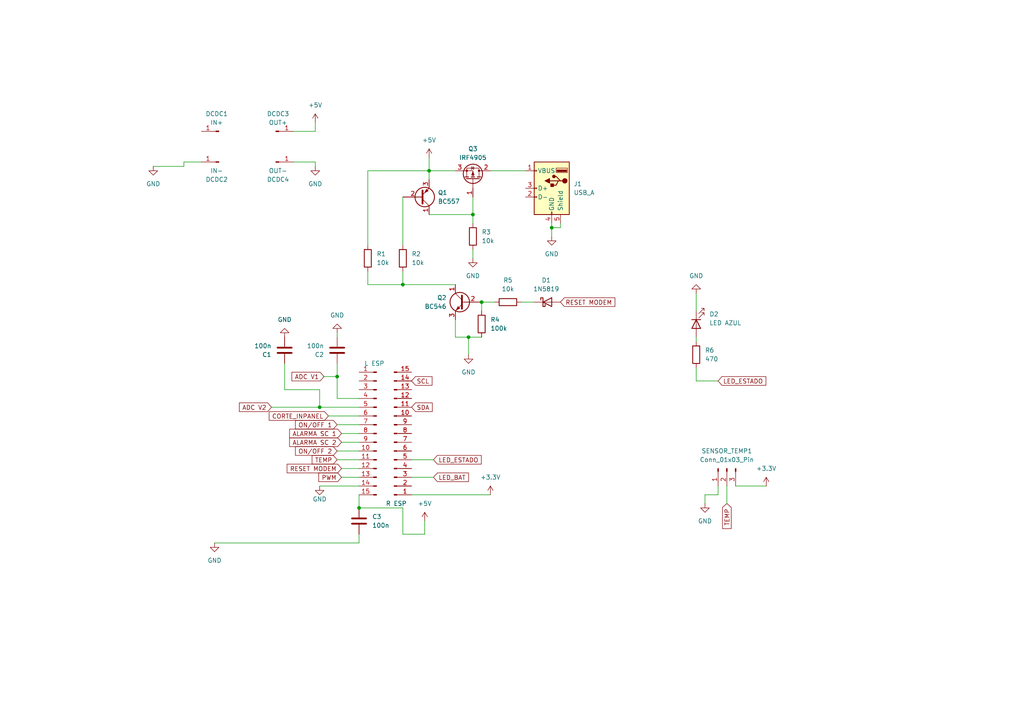
<source format=kicad_sch>
(kicad_sch (version 20230121) (generator eeschema)
  (paper "A4")
  (lib_symbols
    (symbol "Connector:Conn_01x01_Pin" (pin_names (offset 1.016) hide)
      (property "Reference" "J" (at 0 2.54 0))
      (property "Value" "Conn_01x01_Pin" (at 0 -2.54 0))
      (symbol "Conn_01x01_Pin_1_1"
        (polyline (pts (xy 1.27 0) (xy 0.8636 0)) (stroke (width 0.1524)))
        (rectangle (start 0.8636 0.127) (end 0 -0.127) (stroke (width 0.1524)) (fill (type outline)))
        (pin passive line (at 5.08 0 180) (length 3.81) (name "Pin_1") (number "1"))
      )
    )
    (symbol "Connector:Conn_01x03_Pin" (pin_names (offset 1.016) hide)
      (property "Reference" "J" (at 0 5.08 0))
      (property "Value" "Conn_01x03_Pin" (at 0 -5.08 0))
      (symbol "Conn_01x03_Pin_1_1"
        (polyline (pts (xy 1.27 -2.54) (xy 0.8636 -2.54)) (stroke (width 0.1524)))
        (polyline (pts (xy 1.27 0) (xy 0.8636 0)) (stroke (width 0.1524)))
        (polyline (pts (xy 1.27 2.54) (xy 0.8636 2.54)) (stroke (width 0.1524)))
        (rectangle (start 0.8636 -2.413) (end 0 -2.667) (stroke (width 0.1524)) (fill (type outline)))
        (rectangle (start 0.8636 0.127) (end 0 -0.127) (stroke (width 0.1524)) (fill (type outline)))
        (rectangle (start 0.8636 2.667) (end 0 2.413) (stroke (width 0.1524)) (fill (type outline)))
        (pin passive line (at 5.08 2.54 180) (length 3.81) (name "Pin_1") (number "1"))
        (pin passive line (at 5.08 0 180) (length 3.81) (name "Pin_2") (number "2"))
        (pin passive line (at 5.08 -2.54 180) (length 3.81) (name "Pin_3") (number "3"))
      )
    )
    (symbol "Connector:Conn_01x15_Pin" (pin_names (offset 1.016) hide)
      (property "Reference" "J" (at 0 20.32 0))
      (property "Value" "Conn_01x15_Pin" (at 0 -20.32 0))
      (symbol "Conn_01x15_Pin_1_1"
        (polyline (pts (xy 1.27 -17.78) (xy 0.8636 -17.78)) (stroke (width 0.1524)))
        (polyline (pts (xy 1.27 -15.24) (xy 0.8636 -15.24)) (stroke (width 0.1524)))
        (polyline (pts (xy 1.27 -12.7) (xy 0.8636 -12.7)) (stroke (width 0.1524)))
        (polyline (pts (xy 1.27 -10.16) (xy 0.8636 -10.16)) (stroke (width 0.1524)))
        (polyline (pts (xy 1.27 -7.62) (xy 0.8636 -7.62)) (stroke (width 0.1524)))
        (polyline (pts (xy 1.27 -5.08) (xy 0.8636 -5.08)) (stroke (width 0.1524)))
        (polyline (pts (xy 1.27 -2.54) (xy 0.8636 -2.54)) (stroke (width 0.1524)))
        (polyline (pts (xy 1.27 0) (xy 0.8636 0)) (stroke (width 0.1524)))
        (polyline (pts (xy 1.27 2.54) (xy 0.8636 2.54)) (stroke (width 0.1524)))
        (polyline (pts (xy 1.27 5.08) (xy 0.8636 5.08)) (stroke (width 0.1524)))
        (polyline (pts (xy 1.27 7.62) (xy 0.8636 7.62)) (stroke (width 0.1524)))
        (polyline (pts (xy 1.27 10.16) (xy 0.8636 10.16)) (stroke (width 0.1524)))
        (polyline (pts (xy 1.27 12.7) (xy 0.8636 12.7)) (stroke (width 0.1524)))
        (polyline (pts (xy 1.27 15.24) (xy 0.8636 15.24)) (stroke (width 0.1524)))
        (polyline (pts (xy 1.27 17.78) (xy 0.8636 17.78)) (stroke (width 0.1524)))
        (rectangle (start 0.8636 -17.653) (end 0 -17.907) (stroke (width 0.1524)) (fill (type outline)))
        (rectangle (start 0.8636 -15.113) (end 0 -15.367) (stroke (width 0.1524)) (fill (type outline)))
        (rectangle (start 0.8636 -12.573) (end 0 -12.827) (stroke (width 0.1524)) (fill (type outline)))
        (rectangle (start 0.8636 -10.033) (end 0 -10.287) (stroke (width 0.1524)) (fill (type outline)))
        (rectangle (start 0.8636 -7.493) (end 0 -7.747) (stroke (width 0.1524)) (fill (type outline)))
        (rectangle (start 0.8636 -4.953) (end 0 -5.207) (stroke (width 0.1524)) (fill (type outline)))
        (rectangle (start 0.8636 -2.413) (end 0 -2.667) (stroke (width 0.1524)) (fill (type outline)))
        (rectangle (start 0.8636 0.127) (end 0 -0.127) (stroke (width 0.1524)) (fill (type outline)))
        (rectangle (start 0.8636 2.667) (end 0 2.413) (stroke (width 0.1524)) (fill (type outline)))
        (rectangle (start 0.8636 5.207) (end 0 4.953) (stroke (width 0.1524)) (fill (type outline)))
        (rectangle (start 0.8636 7.747) (end 0 7.493) (stroke (width 0.1524)) (fill (type outline)))
        (rectangle (start 0.8636 10.287) (end 0 10.033) (stroke (width 0.1524)) (fill (type outline)))
        (rectangle (start 0.8636 12.827) (end 0 12.573) (stroke (width 0.1524)) (fill (type outline)))
        (rectangle (start 0.8636 15.367) (end 0 15.113) (stroke (width 0.1524)) (fill (type outline)))
        (rectangle (start 0.8636 17.907) (end 0 17.653) (stroke (width 0.1524)) (fill (type outline)))
        (pin passive line (at 5.08 17.78 180) (length 3.81) (name "Pin_1") (number "1"))
        (pin passive line (at 5.08 -5.08 180) (length 3.81) (name "Pin_10") (number "10"))
        (pin passive line (at 5.08 -7.62 180) (length 3.81) (name "Pin_11") (number "11"))
        (pin passive line (at 5.08 -10.16 180) (length 3.81) (name "Pin_12") (number "12"))
        (pin passive line (at 5.08 -12.7 180) (length 3.81) (name "Pin_13") (number "13"))
        (pin passive line (at 5.08 -15.24 180) (length 3.81) (name "Pin_14") (number "14"))
        (pin passive line (at 5.08 -17.78 180) (length 3.81) (name "Pin_15") (number "15"))
        (pin passive line (at 5.08 15.24 180) (length 3.81) (name "Pin_2") (number "2"))
        (pin passive line (at 5.08 12.7 180) (length 3.81) (name "Pin_3") (number "3"))
        (pin passive line (at 5.08 10.16 180) (length 3.81) (name "Pin_4") (number "4"))
        (pin passive line (at 5.08 7.62 180) (length 3.81) (name "Pin_5") (number "5"))
        (pin passive line (at 5.08 5.08 180) (length 3.81) (name "Pin_6") (number "6"))
        (pin passive line (at 5.08 2.54 180) (length 3.81) (name "Pin_7") (number "7"))
        (pin passive line (at 5.08 0 180) (length 3.81) (name "Pin_8") (number "8"))
        (pin passive line (at 5.08 -2.54 180) (length 3.81) (name "Pin_9") (number "9"))
      )
    )
    (symbol "Connector:USB_A" (pin_names (offset 1.016))
      (property "Reference" "J" (at -5.08 11.43 0))
      (property "Value" "USB_A" (at -5.08 8.89 0))
      (symbol "USB_A_0_1"
        (rectangle (start -5.08 -7.62) (end 5.08 7.62) (stroke (width 0.254)) (fill (type background)))
        (circle (center -3.81 2.159) (radius 0.635) (stroke (width 0.254)) (fill (type outline)))
        (rectangle (start -1.524 4.826) (end -4.318 5.334) (fill (type outline)))
        (rectangle (start -1.27 4.572) (end -4.572 5.842))
        (circle (center -0.635 3.429) (radius 0.381) (stroke (width 0.254)) (fill (type outline)))
        (rectangle (start -0.127 -7.62) (end 0.127 -6.858))
        (polyline (pts (xy -3.175 2.159) (xy -2.54 2.159) (xy -1.27 3.429) (xy -0.635 3.429)) (stroke (width 0.254)))
        (polyline (pts (xy -2.54 2.159) (xy -1.905 2.159) (xy -1.27 0.889) (xy 0 0.889)) (stroke (width 0.254)))
        (polyline (pts (xy 0.635 2.794) (xy 0.635 1.524) (xy 1.905 2.159) (xy 0.635 2.794)) (stroke (width 0.254)) (fill (type outline)))
        (rectangle (start 0.254 1.27) (end -0.508 0.508) (stroke (width 0.254)) (fill (type outline)))
        (rectangle (start 5.08 -2.667) (end 4.318 -2.413))
        (rectangle (start 5.08 -0.127) (end 4.318 0.127))
        (rectangle (start 5.08 4.953) (end 4.318 5.207))
      )
      (symbol "USB_A_1_1"
        (polyline (pts (xy -1.905 2.159) (xy 0.635 2.159)) (stroke (width 0.254)))
        (pin power_in line (at 7.62 5.08 180) (length 2.54) (name "VBUS") (number "1"))
        (pin bidirectional line (at 7.62 -2.54 180) (length 2.54) (name "D-") (number "2"))
        (pin bidirectional line (at 7.62 0 180) (length 2.54) (name "D+") (number "3"))
        (pin power_in line (at 0 -10.16 90) (length 2.54) (name "GND") (number "4"))
        (pin passive line (at -2.54 -10.16 90) (length 2.54) (name "Shield") (number "5"))
      )
    )
    (symbol "Device:C" (pin_numbers hide) (pin_names (offset 0.254))
      (property "Reference" "C" (at 0.635 2.54 0))
      (property "Value" "C" (at 0.635 -2.54 0))
      (symbol "C_0_1"
        (polyline (pts (xy -2.032 -0.762) (xy 2.032 -0.762)) (stroke (width 0.508)))
        (polyline (pts (xy -2.032 0.762) (xy 2.032 0.762)) (stroke (width 0.508)))
      )
      (symbol "C_1_1"
        (pin passive line (at 0 3.81 270) (length 2.794) (name "~") (number "1"))
        (pin passive line (at 0 -3.81 90) (length 2.794) (name "~") (number "2"))
      )
    )
    (symbol "Device:LED" (pin_numbers hide) (pin_names (offset 1.016) hide)
      (property "Reference" "D" (at 0 2.54 0))
      (property "Value" "LED" (at 0 -2.54 0))
      (symbol "LED_0_1"
        (polyline (pts (xy -1.27 -1.27) (xy -1.27 1.27)) (stroke (width 0.254)))
        (polyline (pts (xy -1.27 0) (xy 1.27 0)))
        (polyline (pts (xy 1.27 -1.27) (xy 1.27 1.27) (xy -1.27 0) (xy 1.27 -1.27)) (stroke (width 0.254)))
        (polyline (pts (xy -3.048 -0.762) (xy -4.572 -2.286) (xy -3.81 -2.286) (xy -4.572 -2.286) (xy -4.572 -1.524)))
        (polyline (pts (xy -1.778 -0.762) (xy -3.302 -2.286) (xy -2.54 -2.286) (xy -3.302 -2.286) (xy -3.302 -1.524)))
      )
      (symbol "LED_1_1"
        (pin passive line (at -3.81 0 0) (length 2.54) (name "K") (number "1"))
        (pin passive line (at 3.81 0 180) (length 2.54) (name "A") (number "2"))
      )
    )
    (symbol "Device:R" (pin_numbers hide) (pin_names (offset 0))
      (property "Reference" "R" (at 2.032 0 90))
      (property "Value" "R" (at 0 0 90))
      (symbol "R_0_1"
        (rectangle (start -1.016 -2.54) (end 1.016 2.54) (stroke (width 0.254)))
      )
      (symbol "R_1_1"
        (pin passive line (at 0 3.81 270) (length 1.27) (name "~") (number "1"))
        (pin passive line (at 0 -3.81 90) (length 1.27) (name "~") (number "2"))
      )
    )
    (symbol "Diode:1N5819" (pin_numbers hide) (pin_names (offset 1.016) hide)
      (property "Reference" "D" (at 0 2.54 0))
      (property "Value" "1N5819" (at 0 -2.54 0))
      (symbol "1N5819_0_1"
        (polyline (pts (xy 1.27 0) (xy -1.27 0)))
        (polyline (pts (xy 1.27 1.27) (xy 1.27 -1.27) (xy -1.27 0) (xy 1.27 1.27)) (stroke (width 0.254)))
        (polyline (pts (xy -1.905 0.635) (xy -1.905 1.27) (xy -1.27 1.27) (xy -1.27 -1.27) (xy -0.635 -1.27) (xy -0.635 -0.635)) (stroke (width 0.254)))
      )
      (symbol "1N5819_1_1"
        (pin passive line (at -3.81 0 0) (length 2.54) (name "K") (number "1"))
        (pin passive line (at 3.81 0 180) (length 2.54) (name "A") (number "2"))
      )
    )
    (symbol "Transistor_BJT:BC546" (pin_names (offset 0) hide)
      (property "Reference" "Q" (at 5.08 1.905 0))
      (property "Value" "BC546" (at 5.08 0 0))
      (symbol "BC546_0_1"
        (polyline (pts (xy 0 0) (xy 0.635 0)))
        (polyline (pts (xy 0.635 0.635) (xy 2.54 2.54)))
        (polyline (pts (xy 0.635 -0.635) (xy 2.54 -2.54) (xy 2.54 -2.54)))
        (polyline (pts (xy 0.635 1.905) (xy 0.635 -1.905) (xy 0.635 -1.905)) (stroke (width 0.508)))
        (polyline (pts (xy 1.27 -1.778) (xy 1.778 -1.27) (xy 2.286 -2.286) (xy 1.27 -1.778) (xy 1.27 -1.778)) (fill (type outline)))
        (circle (center 1.27 0) (radius 2.8194) (stroke (width 0.254)))
      )
      (symbol "BC546_1_1"
        (pin passive line (at 2.54 5.08 270) (length 2.54) (name "C") (number "1"))
        (pin input line (at -5.08 0 0) (length 5.08) (name "B") (number "2"))
        (pin passive line (at 2.54 -5.08 90) (length 2.54) (name "E") (number "3"))
      )
    )
    (symbol "Transistor_BJT:BC557" (pin_names (offset 0) hide)
      (property "Reference" "Q" (at 5.08 1.905 0))
      (property "Value" "BC557" (at 5.08 0 0))
      (symbol "BC557_0_1"
        (polyline (pts (xy 0.635 0.635) (xy 2.54 2.54)))
        (polyline (pts (xy 0.635 -0.635) (xy 2.54 -2.54) (xy 2.54 -2.54)))
        (polyline (pts (xy 0.635 1.905) (xy 0.635 -1.905) (xy 0.635 -1.905)) (stroke (width 0.508)))
        (polyline (pts (xy 2.286 -1.778) (xy 1.778 -2.286) (xy 1.27 -1.27) (xy 2.286 -1.778) (xy 2.286 -1.778)) (fill (type outline)))
        (circle (center 1.27 0) (radius 2.8194) (stroke (width 0.254)))
      )
      (symbol "BC557_1_1"
        (pin passive line (at 2.54 5.08 270) (length 2.54) (name "C") (number "1"))
        (pin input line (at -5.08 0 0) (length 5.715) (name "B") (number "2"))
        (pin passive line (at 2.54 -5.08 90) (length 2.54) (name "E") (number "3"))
      )
    )
    (symbol "Transistor_FET:IRF4905" (pin_names hide)
      (property "Reference" "Q" (at 5.08 1.905 0))
      (property "Value" "IRF4905" (at 5.08 0 0))
      (symbol "IRF4905_0_1"
        (polyline (pts (xy 0.254 0) (xy -2.54 0)))
        (polyline (pts (xy 0.254 1.905) (xy 0.254 -1.905)) (stroke (width 0.254)))
        (polyline (pts (xy 0.762 -1.27) (xy 0.762 -2.286)) (stroke (width 0.254)))
        (polyline (pts (xy 0.762 0.508) (xy 0.762 -0.508)) (stroke (width 0.254)))
        (polyline (pts (xy 0.762 2.286) (xy 0.762 1.27)) (stroke (width 0.254)))
        (polyline (pts (xy 2.54 2.54) (xy 2.54 1.778)))
        (polyline (pts (xy 2.54 -2.54) (xy 2.54 0) (xy 0.762 0)))
        (polyline (pts (xy 0.762 1.778) (xy 3.302 1.778) (xy 3.302 -1.778) (xy 0.762 -1.778)))
        (polyline (pts (xy 2.286 0) (xy 1.27 0.381) (xy 1.27 -0.381) (xy 2.286 0)) (fill (type outline)))
        (polyline (pts (xy 2.794 -0.508) (xy 2.921 -0.381) (xy 3.683 -0.381) (xy 3.81 -0.254)))
        (polyline (pts (xy 3.302 -0.381) (xy 2.921 0.254) (xy 3.683 0.254) (xy 3.302 -0.381)))
        (circle (center 1.651 0) (radius 2.794) (stroke (width 0.254)))
        (circle (center 2.54 -1.778) (radius 0.254) (fill (type outline)))
        (circle (center 2.54 1.778) (radius 0.254) (fill (type outline)))
      )
      (symbol "IRF4905_1_1"
        (pin input line (at -5.08 0 0) (length 2.54) (name "G") (number "1"))
        (pin passive line (at 2.54 5.08 270) (length 2.54) (name "D") (number "2"))
        (pin passive line (at 2.54 -5.08 90) (length 2.54) (name "S") (number "3"))
      )
    )
    (symbol "power:+3.3V" (power) (pin_names (offset 0))
      (property "Value" "+3.3V" (at 0 3.556 0))
      (symbol "+3.3V_0_1"
        (polyline (pts (xy -0.762 1.27) (xy 0 2.54)))
        (polyline (pts (xy 0 0) (xy 0 2.54)))
        (polyline (pts (xy 0 2.54) (xy 0.762 1.27)))
      )
      (symbol "+3.3V_1_1"
        (pin power_in line (at 0 0 90) (length 0) hide (name "+3.3V") (number "1"))
      )
    )
    (symbol "power:+5V" (power) (pin_names (offset 0))
      (property "Value" "+5V" (at 0 3.556 0))
      (symbol "+5V_0_1"
        (polyline (pts (xy -0.762 1.27) (xy 0 2.54)))
        (polyline (pts (xy 0 0) (xy 0 2.54)))
        (polyline (pts (xy 0 2.54) (xy 0.762 1.27)))
      )
      (symbol "+5V_1_1"
        (pin power_in line (at 0 0 90) (length 0) hide (name "+5V") (number "1"))
      )
    )
    (symbol "power:GND" (power) (pin_names (offset 0))
      (property "Value" "GND" (at 0 -3.81 0))
      (symbol "GND_0_1"
        (polyline (pts (xy 0 0) (xy 0 -1.27) (xy 1.27 -1.27) (xy 0 -2.54) (xy -1.27 -1.27) (xy 0 -1.27)))
      )
      (symbol "GND_1_1"
        (pin power_in line (at 0 0 270) (length 0) hide (name "GND") (number "1"))
      )
    )
  )
  (junction (at 139.7 87.63))
  (junction (at 104.14 147.32))
  (junction (at 97.79 109.22))
  (junction (at 137.16 62.23))
  (junction (at 160.02 66.04))
  (junction (at 135.89 97.79))
  (junction (at 92.71 118.11))
  (junction (at 124.46 49.53))
  (junction (at 116.84 82.55))
  (wire (pts (xy 93.98 109.22) (xy 97.79 109.22)))
  (wire (pts (xy 210.82 140.97) (xy 210.82 146.05)))
  (wire (pts (xy 124.46 49.53) (xy 124.46 52.07)))
  (wire (pts (xy 201.93 110.49) (xy 208.28 110.49)))
  (wire (pts (xy 162.56 66.04) (xy 160.02 66.04)))
  (wire (pts (xy 142.24 49.53) (xy 152.4 49.53)))
  (wire (pts (xy 201.93 90.17) (xy 201.93 85.09)))
  (wire (pts (xy 99.06 135.89) (xy 104.14 135.89)))
  (wire (pts (xy 116.84 57.15) (xy 116.84 71.12)))
  (wire (pts (xy 116.84 154.94) (xy 123.19 154.94)))
  (wire (pts (xy 124.46 62.23) (xy 137.16 62.23)))
  (wire (pts (xy 106.68 82.55) (xy 116.84 82.55)))
  (wire (pts (xy 82.55 113.03) (xy 92.71 113.03)))
  (wire (pts (xy 97.79 97.79) (xy 97.79 96.52)))
  (wire (pts (xy 95.25 120.65) (xy 104.14 120.65)))
  (wire (pts (xy 132.08 82.55) (xy 116.84 82.55)))
  (wire (pts (xy 160.02 66.04) (xy 160.02 68.58)))
  (wire (pts (xy 92.71 140.97) (xy 104.14 140.97)))
  (wire (pts (xy 119.38 138.43) (xy 125.73 138.43)))
  (wire (pts (xy 106.68 78.74) (xy 106.68 82.55)))
  (wire (pts (xy 99.06 128.27) (xy 104.14 128.27)))
  (wire (pts (xy 151.13 87.63) (xy 154.94 87.63)))
  (wire (pts (xy 106.68 71.12) (xy 106.68 49.53)))
  (wire (pts (xy 53.34 46.99) (xy 53.34 48.26)))
  (wire (pts (xy 135.89 97.79) (xy 135.89 102.87)))
  (wire (pts (xy 82.55 105.41) (xy 82.55 113.03)))
  (wire (pts (xy 78.74 118.11) (xy 92.71 118.11)))
  (wire (pts (xy 91.44 38.1) (xy 91.44 35.56)))
  (wire (pts (xy 123.19 154.94) (xy 123.19 151.13)))
  (wire (pts (xy 91.44 48.26) (xy 91.44 46.99)))
  (wire (pts (xy 92.71 113.03) (xy 92.71 118.11)))
  (wire (pts (xy 104.14 143.51) (xy 104.14 147.32)))
  (wire (pts (xy 135.89 97.79) (xy 139.7 97.79)))
  (wire (pts (xy 137.16 72.39) (xy 137.16 74.93)))
  (wire (pts (xy 85.09 38.1) (xy 91.44 38.1)))
  (wire (pts (xy 97.79 123.19) (xy 104.14 123.19)))
  (wire (pts (xy 139.7 87.63) (xy 139.7 90.17)))
  (wire (pts (xy 213.36 140.97) (xy 222.25 140.97)))
  (wire (pts (xy 162.56 64.77) (xy 162.56 66.04)))
  (wire (pts (xy 204.47 143.51) (xy 208.28 143.51)))
  (wire (pts (xy 201.93 99.06) (xy 201.93 97.79)))
  (wire (pts (xy 124.46 49.53) (xy 124.46 45.72)))
  (wire (pts (xy 119.38 133.35) (xy 125.73 133.35)))
  (wire (pts (xy 132.08 97.79) (xy 135.89 97.79)))
  (wire (pts (xy 92.71 118.11) (xy 104.14 118.11)))
  (wire (pts (xy 97.79 105.41) (xy 97.79 109.22)))
  (wire (pts (xy 62.23 157.48) (xy 104.14 157.48)))
  (wire (pts (xy 124.46 49.53) (xy 132.08 49.53)))
  (wire (pts (xy 160.02 64.77) (xy 160.02 66.04)))
  (wire (pts (xy 204.47 143.51) (xy 204.47 146.05)))
  (wire (pts (xy 139.7 87.63) (xy 143.51 87.63)))
  (wire (pts (xy 201.93 106.68) (xy 201.93 110.49)))
  (wire (pts (xy 53.34 48.26) (xy 44.45 48.26)))
  (wire (pts (xy 97.79 109.22) (xy 97.79 115.57)))
  (wire (pts (xy 97.79 133.35) (xy 104.14 133.35)))
  (wire (pts (xy 99.06 138.43) (xy 104.14 138.43)))
  (wire (pts (xy 116.84 147.32) (xy 104.14 147.32)))
  (wire (pts (xy 85.09 46.99) (xy 91.44 46.99)))
  (wire (pts (xy 97.79 130.81) (xy 104.14 130.81)))
  (wire (pts (xy 116.84 82.55) (xy 116.84 78.74)))
  (wire (pts (xy 137.16 57.15) (xy 137.16 62.23)))
  (wire (pts (xy 132.08 97.79) (xy 132.08 92.71)))
  (wire (pts (xy 137.16 62.23) (xy 137.16 64.77)))
  (wire (pts (xy 208.28 143.51) (xy 208.28 140.97)))
  (wire (pts (xy 116.84 154.94) (xy 116.84 147.32)))
  (wire (pts (xy 58.42 46.99) (xy 53.34 46.99)))
  (wire (pts (xy 99.06 125.73) (xy 104.14 125.73)))
  (wire (pts (xy 104.14 154.94) (xy 104.14 157.48)))
  (wire (pts (xy 106.68 49.53) (xy 124.46 49.53)))
  (wire (pts (xy 119.38 143.51) (xy 142.24 143.51)))
  (wire (pts (xy 97.79 115.57) (xy 104.14 115.57)))
  (global_label "ADC V2" (shape input) (at 78.74 118.11 180) (property "Intersheetrefs" "${INTERSHEET_REFS}" (effects hide)))
  (global_label "LED_BAT" (shape input) (at 125.73 138.43 0) (property "Intersheetrefs" "${INTERSHEET_REFS}" (effects hide)))
  (global_label "ON{slash}OFF 2" (shape input) (at 97.79 130.81 180) (property "Intersheetrefs" "${INTERSHEET_REFS}" (effects hide)))
  (global_label "ADC V1" (shape input) (at 93.98 109.22 180) (property "Intersheetrefs" "${INTERSHEET_REFS}" (effects hide)))
  (global_label "PWM" (shape input) (at 99.06 138.43 180) (property "Intersheetrefs" "${INTERSHEET_REFS}" (effects hide)))
  (global_label "ALARMA SC 1" (shape input) (at 99.06 125.73 180) (property "Intersheetrefs" "${INTERSHEET_REFS}" (effects hide)))
  (global_label "SCL" (shape input) (at 119.38 110.49 0) (property "Intersheetrefs" "${INTERSHEET_REFS}" (effects hide)))
  (global_label "ALARMA SC 2" (shape input) (at 99.06 128.27 180) (property "Intersheetrefs" "${INTERSHEET_REFS}" (effects hide)))
  (global_label "TEMP" (shape input) (at 210.82 146.05 270) (property "Intersheetrefs" "${INTERSHEET_REFS}" (effects hide)))
  (global_label "RESET MODEM" (shape input) (at 162.56 87.63 0) (property "Intersheetrefs" "${INTERSHEET_REFS}" (effects hide)))
  (global_label "SDA" (shape input) (at 119.38 118.11 0) (property "Intersheetrefs" "${INTERSHEET_REFS}" (effects hide)))
  (global_label "CORTE_INPANEL" (shape input) (at 95.25 120.65 180) (property "Intersheetrefs" "${INTERSHEET_REFS}" (effects hide)))
  (global_label "LED_ESTADO" (shape input) (at 208.28 110.49 0) (property "Intersheetrefs" "${INTERSHEET_REFS}" (effects hide)))
  (global_label "LED_ESTADO" (shape input) (at 125.73 133.35 0) (property "Intersheetrefs" "${INTERSHEET_REFS}" (effects hide)))
  (global_label "TEMP" (shape input) (at 97.79 133.35 180) (property "Intersheetrefs" "${INTERSHEET_REFS}" (effects hide)))
  (global_label "RESET MODEM" (shape input) (at 99.06 135.89 180) (property "Intersheetrefs" "${INTERSHEET_REFS}" (effects hide)))
  (global_label "ON{slash}OFF 1" (shape input) (at 97.79 123.19 180) (property "Intersheetrefs" "${INTERSHEET_REFS}" (effects hide)))
  (symbol (lib_id "power:+3.3V") (at 222.25 140.97 0) (unit 1)
    (property "Reference" "#PWR016" (effects hide))
    (property "Value" "+3.3V" (at 222.25 135.89 0))
  )
  (symbol (lib_id "Device:R") (at 139.7 93.98 180) (unit 1)
    (property "Reference" "R4" (at 142.24 92.71 0) (effects (justify right)))
    (property "Value" "100k" (at 142.24 95.25 0) (effects (justify right)))
    (property "Footprint" "Resistor_THT:R_Axial_DIN0207_L6.3mm_D2.5mm_P2.54mm_Vertical" (effects hide))
  )
  (symbol (lib_id "power:+3.3V") (at 142.24 143.51 0) (unit 1)
    (property "Reference" "#PWR012" (effects hide))
    (property "Value" "+3.3V" (at 142.24 138.43 0))
  )
  (symbol (lib_id "Diode:1N5819") (at 158.75 87.63 0) (unit 1)
    (property "Reference" "D1" (at 158.4325 81.28 0))
    (property "Value" "1N5819" (at 158.4325 83.82 0))
    (property "Footprint" "Diode_THT:D_DO-41_SOD81_P10.16mm_Horizontal" (effects hide))
    (property "Datasheet" "http://www.vishay.com/docs/88525/1n5817.pdf" (effects hide))
  )
  (symbol (lib_id "Device:C") (at 82.55 101.6 180) (unit 1)
    (property "Reference" "C1" (at 78.74 102.87 0) (effects (justify left)))
    (property "Value" "100n" (at 78.74 100.33 0) (effects (justify left)))
    (property "Footprint" "Capacitor_THT:C_Axial_L5.1mm_D3.1mm_P7.50mm_Horizontal" (effects hide))
  )
  (symbol (lib_id "Device:LED") (at 201.93 93.98 90) (mirror x) (unit 1)
    (property "Reference" "D2" (at 205.74 91.1225 90) (effects (justify right)))
    (property "Value" "LED AZUL" (at 205.74 93.6625 90) (effects (justify right)))
    (property "Footprint" "LED_THT:LED_D3.0mm_IRBlack" (effects hide))
  )
  (symbol (lib_id "Device:R") (at 147.32 87.63 270) (unit 1)
    (property "Reference" "R5" (at 147.32 81.28 90))
    (property "Value" "10k" (at 147.32 83.82 90))
    (property "Footprint" "Resistor_THT:R_Axial_DIN0207_L6.3mm_D2.5mm_P2.54mm_Vertical" (effects hide))
  )
  (symbol (lib_id "power:GND") (at 204.47 146.05 0) (unit 1)
    (property "Reference" "#PWR015" (effects hide))
    (property "Value" "GND" (at 204.47 151.13 0))
  )
  (symbol (lib_id "Device:C") (at 97.79 101.6 180) (unit 1)
    (property "Reference" "C2" (at 93.98 102.87 0) (effects (justify left)))
    (property "Value" "100n" (at 93.98 100.33 0) (effects (justify left)))
    (property "Footprint" "Capacitor_THT:C_Axial_L5.1mm_D3.1mm_P7.50mm_Horizontal" (effects hide))
  )
  (symbol (lib_id "Connector:Conn_01x01_Pin") (at 63.5 38.1 0) (mirror y) (unit 1)
    (property "Reference" "DCDC1" (at 62.865 33.02 0))
    (property "Value" "IN+" (at 62.865 35.56 0))
    (property "Footprint" "Connector_PinHeader_2.54mm:PinHeader_1x01_P2.54mm_Vertical" (effects hide))
  )
  (symbol (lib_id "Device:C") (at 104.14 151.13 0) (unit 1)
    (property "Reference" "C3" (at 107.95 149.86 0) (effects (justify left)))
    (property "Value" "100n" (at 107.95 152.4 0) (effects (justify left)))
    (property "Footprint" "Capacitor_THT:C_Axial_L5.1mm_D3.1mm_P7.50mm_Horizontal" (effects hide))
  )
  (symbol (lib_id "power:GND") (at 44.45 48.26 0) (unit 1)
    (property "Reference" "#PWR01" (effects hide))
    (property "Value" "GND" (at 44.45 53.34 0))
  )
  (symbol (lib_id "power:GND") (at 97.79 96.52 180) (unit 1)
    (property "Reference" "#PWR07" (effects hide))
    (property "Value" "GND" (at 97.79 91.44 0))
  )
  (symbol (lib_id "Connector:Conn_01x15_Pin") (at 109.22 125.73 0) (mirror y) (unit 1)
    (property "Reference" "LEFT_ESP1" (effects hide))
    (property "Value" "L ESP" (at 108.585 105.41 0))
    (property "Footprint" "Connector_PinSocket_2.54mm:PinSocket_1x15_P2.54mm_Vertical" (effects hide))
  )
  (symbol (lib_id "power:GND") (at 160.02 68.58 0) (unit 1)
    (property "Reference" "#PWR013" (effects hide))
    (property "Value" "GND" (at 160.02 73.66 0))
  )
  (symbol (lib_id "power:GND") (at 92.71 140.97 0) (unit 1)
    (property "Reference" "#PWR06" (effects hide))
    (property "Value" "GND" (at 92.71 144.78 0))
  )
  (symbol (lib_id "power:GND") (at 62.23 157.48 0) (unit 1)
    (property "Reference" "#PWR02" (effects hide))
    (property "Value" "GND" (at 62.23 162.56 0))
  )
  (symbol (lib_id "Connector:Conn_01x03_Pin") (at 210.82 135.89 90) (mirror x) (unit 1)
    (property "Reference" "SENSOR_TEMP1" (at 210.82 130.81 90))
    (property "Value" "Conn_01x03_Pin" (at 210.82 133.35 90))
    (property "Footprint" "Connector_PinHeader_2.54mm:PinHeader_1x03_P2.54mm_Vertical" (effects hide))
  )
  (symbol (lib_id "power:+5V") (at 91.44 35.56 0) (unit 1)
    (property "Reference" "#PWR04" (effects hide))
    (property "Value" "+5V" (at 91.44 30.48 0))
  )
  (symbol (lib_id "Transistor_BJT:BC546") (at 134.62 87.63 0) (mirror y) (unit 1)
    (property "Reference" "Q2" (at 129.54 86.36 0) (effects (justify left)))
    (property "Value" "BC546" (at 129.54 88.9 0) (effects (justify left)))
    (property "Footprint" "Package_TO_SOT_THT:TO-92_Inline" (effects hide))
    (property "Datasheet" "https://www.onsemi.com/pub/Collateral/BC550-D.pdf" (effects hide))
  )
  (symbol (lib_id "power:GND") (at 137.16 74.93 0) (unit 1)
    (property "Reference" "#PWR011" (effects hide))
    (property "Value" "GND" (at 137.16 80.01 0))
  )
  (symbol (lib_id "power:+5V") (at 124.46 45.72 0) (unit 1)
    (property "Reference" "#PWR09" (effects hide))
    (property "Value" "+5V" (at 124.46 40.64 0))
  )
  (symbol (lib_id "Connector:Conn_01x01_Pin") (at 80.01 38.1 0) (unit 1)
    (property "Reference" "DCDC3" (at 80.645 33.02 0))
    (property "Value" "OUT+" (at 80.645 35.56 0))
    (property "Footprint" "Connector_PinHeader_2.54mm:PinHeader_1x01_P2.54mm_Vertical" (effects hide))
  )
  (symbol (lib_id "Device:R") (at 116.84 74.93 180) (unit 1)
    (property "Reference" "R2" (at 119.38 73.66 0) (effects (justify right)))
    (property "Value" "10k" (at 119.38 76.2 0) (effects (justify right)))
    (property "Footprint" "Resistor_THT:R_Axial_DIN0207_L6.3mm_D2.5mm_P2.54mm_Vertical" (effects hide))
  )
  (symbol (lib_id "Connector:USB_A") (at 160.02 54.61 0) (mirror y) (unit 1)
    (property "Reference" "J1" (at 166.37 53.34 0) (effects (justify right)))
    (property "Value" "USB_A" (at 166.37 55.88 0) (effects (justify right)))
    (property "Footprint" "Connector_USB:USB_A_Wuerth_614004134726_Horizontal" (effects hide))
    (property "Datasheet" " ~" (effects hide))
  )
  (symbol (lib_id "power:+5V") (at 123.19 151.13 0) (unit 1)
    (property "Reference" "#PWR08" (effects hide))
    (property "Value" "+5V" (at 123.19 146.05 0))
  )
  (symbol (lib_id "Transistor_FET:IRF4905") (at 137.16 52.07 270) (mirror x) (unit 1)
    (property "Reference" "Q3" (at 137.16 43.18 90))
    (property "Value" "IRF4905" (at 137.16 45.72 90))
    (property "Footprint" "Package_TO_SOT_THT:TO-220-3_Vertical" (effects hide))
    (property "Datasheet" "http://www.infineon.com/dgdl/irf4905.pdf?fileId=5546d462533600a4015355e32165197c" (effects hide))
  )
  (symbol (lib_id "Connector:Conn_01x01_Pin") (at 63.5 46.99 180) (unit 1)
    (property "Reference" "DCDC2" (at 62.865 52.07 0))
    (property "Value" "IN-" (at 62.865 49.53 0))
    (property "Footprint" "Connector_PinHeader_2.54mm:PinHeader_1x01_P2.54mm_Vertical" (effects hide))
  )
  (symbol (lib_id "Device:R") (at 201.93 102.87 0) (unit 1)
    (property "Reference" "R6" (at 204.47 101.6 0) (effects (justify left)))
    (property "Value" "470" (at 204.47 104.14 0) (effects (justify left)))
    (property "Footprint" "Resistor_THT:R_Axial_DIN0207_L6.3mm_D2.5mm_P2.54mm_Vertical" (effects hide))
  )
  (symbol (lib_id "power:GND") (at 135.89 102.87 0) (unit 1)
    (property "Reference" "#PWR010" (effects hide))
    (property "Value" "GND" (at 135.89 107.95 0))
  )
  (symbol (lib_id "Device:R") (at 137.16 68.58 180) (unit 1)
    (property "Reference" "R3" (at 139.7 67.31 0) (effects (justify right)))
    (property "Value" "10k" (at 139.7 69.85 0) (effects (justify right)))
    (property "Footprint" "Resistor_THT:R_Axial_DIN0207_L6.3mm_D2.5mm_P2.54mm_Vertical" (effects hide))
  )
  (symbol (lib_id "power:GND") (at 91.44 48.26 0) (unit 1)
    (property "Reference" "#PWR05" (effects hide))
    (property "Value" "GND" (at 91.44 53.34 0))
  )
  (symbol (lib_id "power:GND") (at 201.93 85.09 0) (mirror x) (unit 1)
    (property "Reference" "#PWR014" (effects hide))
    (property "Value" "GND" (at 201.93 80.01 0))
  )
  (symbol (lib_id "Connector:Conn_01x01_Pin") (at 80.01 46.99 0) (mirror x) (unit 1)
    (property "Reference" "DCDC4" (at 80.645 52.07 0))
    (property "Value" "OUT-" (at 80.645 49.53 0))
    (property "Footprint" "Connector_PinHeader_2.54mm:PinHeader_1x01_P2.54mm_Vertical" (effects hide))
  )
  (symbol (lib_id "power:GND") (at 82.55 97.79 180) (unit 1)
    (property "Reference" "#PWR03" (effects hide))
    (property "Value" "GND" (at 82.55 92.71 0))
  )
  (symbol (lib_id "Connector:Conn_01x15_Pin") (at 114.3 125.73 0) (mirror x) (unit 1)
    (property "Reference" "RIGHT_ESP1" (effects hide))
    (property "Value" "R ESP" (at 114.935 146.05 0))
    (property "Footprint" "Connector_PinSocket_2.54mm:PinSocket_1x15_P2.54mm_Vertical" (effects hide))
  )
  (symbol (lib_id "Transistor_BJT:BC557") (at 121.92 57.15 0) (mirror x) (unit 1)
    (property "Reference" "Q1" (at 127 55.88 0) (effects (justify left)))
    (property "Value" "BC557" (at 127 58.42 0) (effects (justify left)))
    (property "Footprint" "Package_TO_SOT_THT:TO-92_Inline" (effects hide))
    (property "Datasheet" "https://www.onsemi.com/pub/Collateral/BC556BTA-D.pdf" (effects hide))
  )
  (symbol (lib_id "Device:R") (at 106.68 74.93 180) (unit 1)
    (property "Reference" "R1" (at 109.22 73.66 0) (effects (justify right)))
    (property "Value" "10k" (at 109.22 76.2 0) (effects (justify right)))
    (property "Footprint" "Resistor_THT:R_Axial_DIN0207_L6.3mm_D2.5mm_P2.54mm_Vertical" (effects hide))
  )
)
</source>
